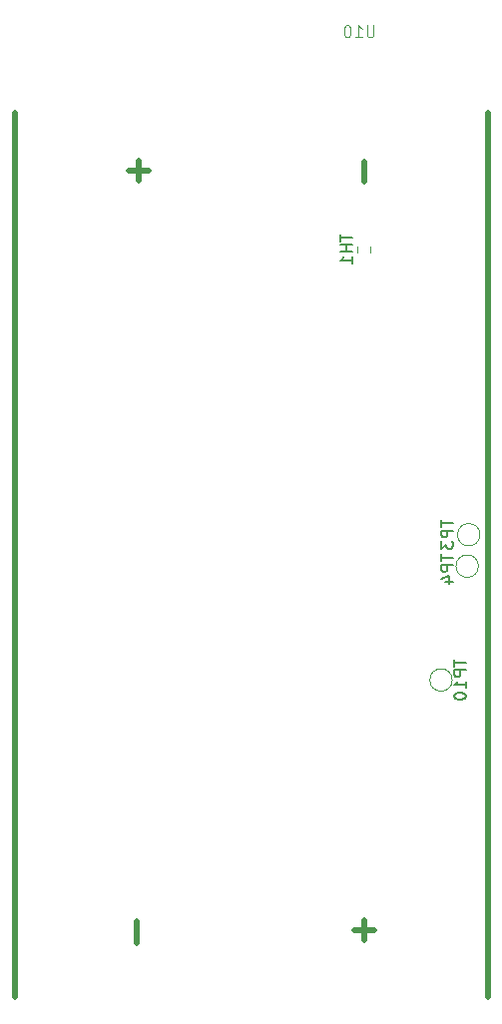
<source format=gbr>
%TF.GenerationSoftware,KiCad,Pcbnew,7.0.10*%
%TF.CreationDate,2024-03-08T14:55:51+08:00*%
%TF.ProjectId,solar_board,736f6c61-725f-4626-9f61-72642e6b6963,rev?*%
%TF.SameCoordinates,Original*%
%TF.FileFunction,Legend,Bot*%
%TF.FilePolarity,Positive*%
%FSLAX46Y46*%
G04 Gerber Fmt 4.6, Leading zero omitted, Abs format (unit mm)*
G04 Created by KiCad (PCBNEW 7.0.10) date 2024-03-08 14:55:51*
%MOMM*%
%LPD*%
G01*
G04 APERTURE LIST*
%ADD10C,0.150000*%
%ADD11C,0.100000*%
%ADD12C,0.120000*%
%ADD13C,0.500000*%
G04 APERTURE END LIST*
D10*
X121762819Y-76511906D02*
X121762819Y-77083334D01*
X122762819Y-76797620D02*
X121762819Y-76797620D01*
X122762819Y-77416668D02*
X121762819Y-77416668D01*
X121762819Y-77416668D02*
X121762819Y-77797620D01*
X121762819Y-77797620D02*
X121810438Y-77892858D01*
X121810438Y-77892858D02*
X121858057Y-77940477D01*
X121858057Y-77940477D02*
X121953295Y-77988096D01*
X121953295Y-77988096D02*
X122096152Y-77988096D01*
X122096152Y-77988096D02*
X122191390Y-77940477D01*
X122191390Y-77940477D02*
X122239009Y-77892858D01*
X122239009Y-77892858D02*
X122286628Y-77797620D01*
X122286628Y-77797620D02*
X122286628Y-77416668D01*
X122762819Y-78940477D02*
X122762819Y-78369049D01*
X122762819Y-78654763D02*
X121762819Y-78654763D01*
X121762819Y-78654763D02*
X121905676Y-78559525D01*
X121905676Y-78559525D02*
X122000914Y-78464287D01*
X122000914Y-78464287D02*
X122048533Y-78369049D01*
X121762819Y-79559525D02*
X121762819Y-79654763D01*
X121762819Y-79654763D02*
X121810438Y-79750001D01*
X121810438Y-79750001D02*
X121858057Y-79797620D01*
X121858057Y-79797620D02*
X121953295Y-79845239D01*
X121953295Y-79845239D02*
X122143771Y-79892858D01*
X122143771Y-79892858D02*
X122381866Y-79892858D01*
X122381866Y-79892858D02*
X122572342Y-79845239D01*
X122572342Y-79845239D02*
X122667580Y-79797620D01*
X122667580Y-79797620D02*
X122715200Y-79750001D01*
X122715200Y-79750001D02*
X122762819Y-79654763D01*
X122762819Y-79654763D02*
X122762819Y-79559525D01*
X122762819Y-79559525D02*
X122715200Y-79464287D01*
X122715200Y-79464287D02*
X122667580Y-79416668D01*
X122667580Y-79416668D02*
X122572342Y-79369049D01*
X122572342Y-79369049D02*
X122381866Y-79321430D01*
X122381866Y-79321430D02*
X122143771Y-79321430D01*
X122143771Y-79321430D02*
X121953295Y-79369049D01*
X121953295Y-79369049D02*
X121858057Y-79416668D01*
X121858057Y-79416668D02*
X121810438Y-79464287D01*
X121810438Y-79464287D02*
X121762819Y-79559525D01*
D11*
X114946094Y-22708420D02*
X114946094Y-23517943D01*
X114946094Y-23517943D02*
X114898475Y-23613181D01*
X114898475Y-23613181D02*
X114850856Y-23660801D01*
X114850856Y-23660801D02*
X114755618Y-23708420D01*
X114755618Y-23708420D02*
X114565142Y-23708420D01*
X114565142Y-23708420D02*
X114469904Y-23660801D01*
X114469904Y-23660801D02*
X114422285Y-23613181D01*
X114422285Y-23613181D02*
X114374666Y-23517943D01*
X114374666Y-23517943D02*
X114374666Y-22708420D01*
X113374666Y-23708420D02*
X113946094Y-23708420D01*
X113660380Y-23708420D02*
X113660380Y-22708420D01*
X113660380Y-22708420D02*
X113755618Y-22851277D01*
X113755618Y-22851277D02*
X113850856Y-22946515D01*
X113850856Y-22946515D02*
X113946094Y-22994134D01*
X112755618Y-22708420D02*
X112660380Y-22708420D01*
X112660380Y-22708420D02*
X112565142Y-22756039D01*
X112565142Y-22756039D02*
X112517523Y-22803658D01*
X112517523Y-22803658D02*
X112469904Y-22898896D01*
X112469904Y-22898896D02*
X112422285Y-23089372D01*
X112422285Y-23089372D02*
X112422285Y-23327467D01*
X112422285Y-23327467D02*
X112469904Y-23517943D01*
X112469904Y-23517943D02*
X112517523Y-23613181D01*
X112517523Y-23613181D02*
X112565142Y-23660801D01*
X112565142Y-23660801D02*
X112660380Y-23708420D01*
X112660380Y-23708420D02*
X112755618Y-23708420D01*
X112755618Y-23708420D02*
X112850856Y-23660801D01*
X112850856Y-23660801D02*
X112898475Y-23613181D01*
X112898475Y-23613181D02*
X112946094Y-23517943D01*
X112946094Y-23517943D02*
X112993713Y-23327467D01*
X112993713Y-23327467D02*
X112993713Y-23089372D01*
X112993713Y-23089372D02*
X112946094Y-22898896D01*
X112946094Y-22898896D02*
X112898475Y-22803658D01*
X112898475Y-22803658D02*
X112850856Y-22756039D01*
X112850856Y-22756039D02*
X112755618Y-22708420D01*
D10*
X120685819Y-64667096D02*
X120685819Y-65238524D01*
X121685819Y-64952810D02*
X120685819Y-64952810D01*
X121685819Y-65571858D02*
X120685819Y-65571858D01*
X120685819Y-65571858D02*
X120685819Y-65952810D01*
X120685819Y-65952810D02*
X120733438Y-66048048D01*
X120733438Y-66048048D02*
X120781057Y-66095667D01*
X120781057Y-66095667D02*
X120876295Y-66143286D01*
X120876295Y-66143286D02*
X121019152Y-66143286D01*
X121019152Y-66143286D02*
X121114390Y-66095667D01*
X121114390Y-66095667D02*
X121162009Y-66048048D01*
X121162009Y-66048048D02*
X121209628Y-65952810D01*
X121209628Y-65952810D02*
X121209628Y-65571858D01*
X120685819Y-66476620D02*
X120685819Y-67095667D01*
X120685819Y-67095667D02*
X121066771Y-66762334D01*
X121066771Y-66762334D02*
X121066771Y-66905191D01*
X121066771Y-66905191D02*
X121114390Y-67000429D01*
X121114390Y-67000429D02*
X121162009Y-67048048D01*
X121162009Y-67048048D02*
X121257247Y-67095667D01*
X121257247Y-67095667D02*
X121495342Y-67095667D01*
X121495342Y-67095667D02*
X121590580Y-67048048D01*
X121590580Y-67048048D02*
X121638200Y-67000429D01*
X121638200Y-67000429D02*
X121685819Y-66905191D01*
X121685819Y-66905191D02*
X121685819Y-66619477D01*
X121685819Y-66619477D02*
X121638200Y-66524239D01*
X121638200Y-66524239D02*
X121590580Y-66476620D01*
X120685819Y-67588096D02*
X120685819Y-68159524D01*
X121685819Y-67873810D02*
X120685819Y-67873810D01*
X121685819Y-68492858D02*
X120685819Y-68492858D01*
X120685819Y-68492858D02*
X120685819Y-68873810D01*
X120685819Y-68873810D02*
X120733438Y-68969048D01*
X120733438Y-68969048D02*
X120781057Y-69016667D01*
X120781057Y-69016667D02*
X120876295Y-69064286D01*
X120876295Y-69064286D02*
X121019152Y-69064286D01*
X121019152Y-69064286D02*
X121114390Y-69016667D01*
X121114390Y-69016667D02*
X121162009Y-68969048D01*
X121162009Y-68969048D02*
X121209628Y-68873810D01*
X121209628Y-68873810D02*
X121209628Y-68492858D01*
X121019152Y-69921429D02*
X121685819Y-69921429D01*
X120638200Y-69683334D02*
X121352485Y-69445239D01*
X121352485Y-69445239D02*
X121352485Y-70064286D01*
X112134819Y-40444287D02*
X112134819Y-41015715D01*
X113134819Y-40730001D02*
X112134819Y-40730001D01*
X113134819Y-41349049D02*
X112134819Y-41349049D01*
X112611009Y-41349049D02*
X112611009Y-41920477D01*
X113134819Y-41920477D02*
X112134819Y-41920477D01*
X113134819Y-42920477D02*
X113134819Y-42349049D01*
X113134819Y-42634763D02*
X112134819Y-42634763D01*
X112134819Y-42634763D02*
X112277676Y-42539525D01*
X112277676Y-42539525D02*
X112372914Y-42444287D01*
X112372914Y-42444287D02*
X112420533Y-42349049D01*
D12*
%TO.C,TP10*%
X121610000Y-78250001D02*
G75*
G03*
X119710000Y-78250001I-950000J0D01*
G01*
X119710000Y-78250001D02*
G75*
G03*
X121610000Y-78250001I950000J0D01*
G01*
D13*
%TO.C,U10*%
X84509000Y-30117001D02*
X84509000Y-105117001D01*
X95019000Y-34167001D02*
X95019000Y-35867001D01*
X114119000Y-34267001D02*
X114119000Y-35967001D01*
X95869000Y-35017001D02*
X94169000Y-35017001D01*
X114119000Y-98617001D02*
X114119000Y-100317001D01*
X94819000Y-98717001D02*
X94819000Y-100567001D01*
X114969000Y-99467001D02*
X113269000Y-99467001D01*
X124619000Y-105117001D02*
X124619000Y-30117001D01*
D12*
%TO.C,TP3*%
X123959000Y-65929001D02*
G75*
G03*
X122059000Y-65929001I-950000J0D01*
G01*
X122059000Y-65929001D02*
G75*
G03*
X123959000Y-65929001I950000J0D01*
G01*
%TO.C,TP4*%
X123832000Y-68596001D02*
G75*
G03*
X121932000Y-68596001I-950000J0D01*
G01*
X121932000Y-68596001D02*
G75*
G03*
X123832000Y-68596001I950000J0D01*
G01*
%TO.C,TH1*%
X114632500Y-41492743D02*
X114632500Y-41967259D01*
X113587500Y-41492743D02*
X113587500Y-41967259D01*
%TD*%
M02*

</source>
